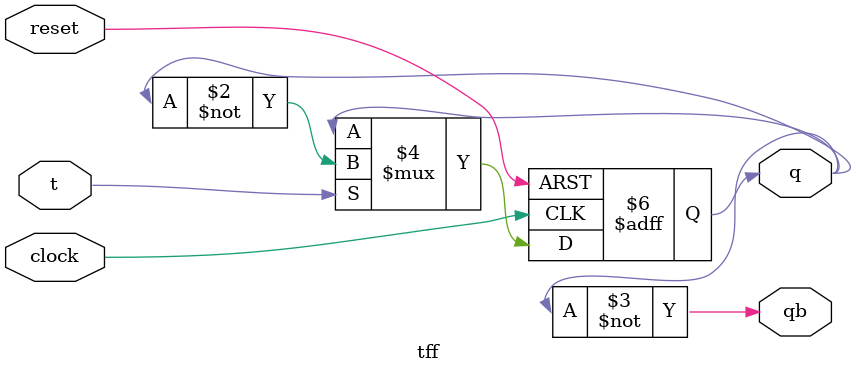
<source format=sv>
module tff (
    input logic t,
    input logic clock,
    input logic reset,
    output logic q,
    output logic qb
);
    always_ff @(posedge clock or posedge reset) begin
        if (reset)
            q <= 1'b0;
        else if (t)
            q <= ~q;
    end
    assign qb = ~q;
endmodule

</source>
